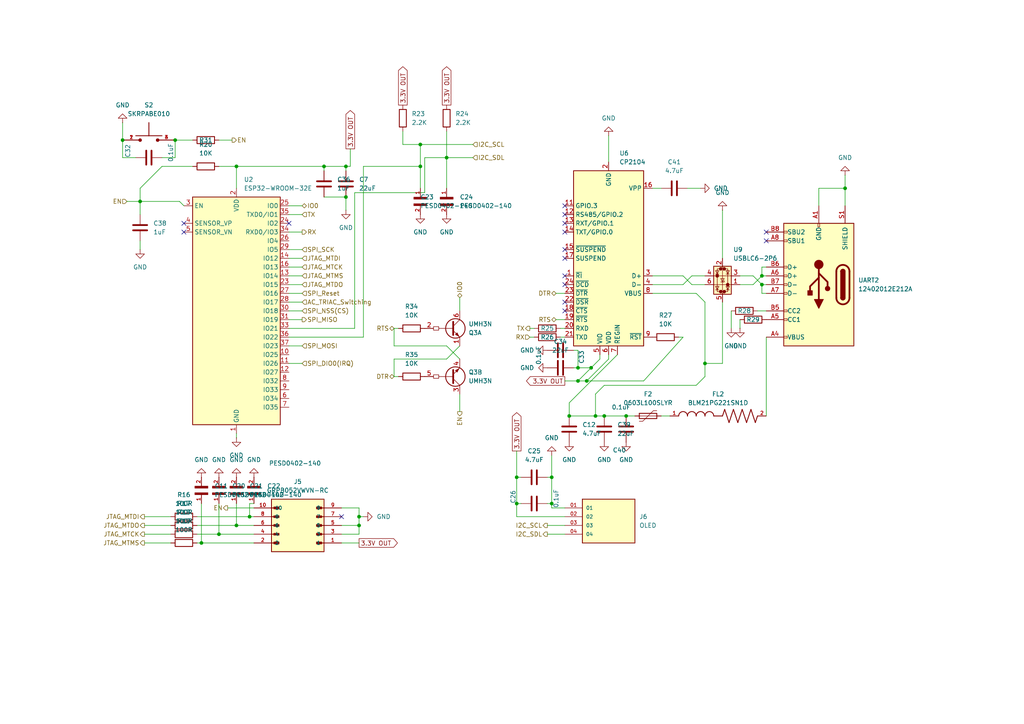
<source format=kicad_sch>
(kicad_sch (version 20250114) (generator "eeschema") (generator_version "9.0")
  (paper "A4")
  (lib_symbols
    (symbol "BLM21PG221SN1D:BLM21PG221SN1D" (pin_names (offset 1.016))
      (property "Reference" "FL" (at -12.7044 5.0815 0))
      (property "Value" "BLM21PG221SN1D" (at -12.71 -5.0866 0))
      (symbol "BLM21PG221SN1D_0_0"
        (pin passive line (at -15.24 0 0) (length 2.54) (name "~") (number "1"))
        (pin passive line (at 12.7 0 180) (length 2.54) (name "~") (number "2"))
      )
    )
    (symbol "Connector:USB_C_Receptacle_USB2.0_16P" (pin_names (offset 1.016))
      (property "Reference" "J" (at 0 22.225 0))
      (property "Value" "USB_C_Receptacle_USB2.0_16P" (at 0 19.685 0))
      (symbol "USB_C_Receptacle_USB2.0_16P_1_1"
        (pin passive line (at -7.62 -22.86 90) (length 5.08) (name "SHIELD") (number "S1"))
        (pin passive line (at 0 -22.86 90) (length 5.08) (name "GND") (number "A1"))
        (pin passive line (at 0 -22.86 90) (length 5.08) (hide yes) (name "GND") (number "A12"))
        (pin passive line (at 0 -22.86 90) (length 5.08) (hide yes) (name "GND") (number "B1"))
        (pin passive line (at 0 -22.86 90) (length 5.08) (hide yes) (name "GND") (number "B12"))
        (pin passive line (at 15.24 15.24 180) (length 5.08) (name "VBUS") (number "A4"))
        (pin passive line (at 15.24 15.24 180) (length 5.08) (hide yes) (name "VBUS") (number "A9"))
        (pin passive line (at 15.24 15.24 180) (length 5.08) (hide yes) (name "VBUS") (number "B4"))
        (pin passive line (at 15.24 15.24 180) (length 5.08) (hide yes) (name "VBUS") (number "B9"))
        (pin bidirectional line (at 15.24 10.16 180) (length 5.08) (name "CC1") (number "A5"))
        (pin bidirectional line (at 15.24 7.62 180) (length 5.08) (name "CC2") (number "B5"))
        (pin bidirectional line (at 15.24 2.54 180) (length 5.08) (name "D-") (number "A7"))
        (pin bidirectional line (at 15.24 0 180) (length 5.08) (name "D-") (number "B7"))
        (pin bidirectional line (at 15.24 -2.54 180) (length 5.08) (name "D+") (number "A6"))
        (pin bidirectional line (at 15.24 -5.08 180) (length 5.08) (name "D+") (number "B6"))
        (pin bidirectional line (at 15.24 -12.7 180) (length 5.08) (name "SBU1") (number "A8"))
        (pin bidirectional line (at 15.24 -15.24 180) (length 5.08) (name "SBU2") (number "B8"))
      )
    )
    (symbol "Device:C" (pin_numbers (hide yes)) (pin_names (offset 0.254))
      (property "Reference" "C" (at 0.635 2.54 0))
      (property "Value" "C" (at 0.635 -2.54 0))
      (symbol "C_1_1"
        (pin passive line (at 0 3.81 270) (length 2.794) (name "~") (number "1"))
        (pin passive line (at 0 -3.81 90) (length 2.794) (name "~") (number "2"))
      )
    )
    (symbol "Device:Polyfuse" (pin_numbers (hide yes)) (pin_names (offset 0))
      (property "Reference" "F" (at -2.54 0 90))
      (property "Value" "Polyfuse" (at 2.54 0 90))
      (symbol "Polyfuse_1_1"
        (pin passive line (at 0 3.81 270) (length 1.27) (name "~") (number "1"))
        (pin passive line (at 0 -3.81 90) (length 1.27) (name "~") (number "2"))
      )
    )
    (symbol "Device:R" (pin_numbers (hide yes)) (pin_names (offset 0))
      (property "Reference" "R" (at 2.032 0 90))
      (property "Value" "R" (at 0 0 90))
      (symbol "R_1_1"
        (pin passive line (at 0 3.81 270) (length 1.27) (name "~") (number "1"))
        (pin passive line (at 0 -3.81 90) (length 1.27) (name "~") (number "2"))
      )
    )
    (symbol "GRPB052VWVN-RC:GRPB052VWVN-RC" (pin_names (offset 1.016))
      (property "Reference" "J" (at -7.62 8.382 0))
      (property "Value" "GRPB052VWVN-RC" (at -7.62 -10.16 0))
      (symbol "GRPB052VWVN-RC_0_0"
        (pin passive line (at -12.7 5.08 0) (length 5.08) (name "1") (number "1"))
        (pin passive line (at -12.7 2.54 0) (length 5.08) (name "3") (number "3"))
        (pin passive line (at -12.7 0 0) (length 5.08) (name "5") (number "5"))
        (pin passive line (at -12.7 -2.54 0) (length 5.08) (name "7") (number "7"))
        (pin passive line (at -12.7 -5.08 0) (length 5.08) (name "9") (number "9"))
        (pin passive line (at 12.7 5.08 180) (length 5.08) (name "2") (number "2"))
        (pin passive line (at 12.7 2.54 180) (length 5.08) (name "4") (number "4"))
        (pin passive line (at 12.7 0 180) (length 5.08) (name "6") (number "6"))
        (pin passive line (at 12.7 -2.54 180) (length 5.08) (name "8") (number "8"))
        (pin passive line (at 12.7 -5.08 180) (length 5.08) (name "10") (number "10"))
      )
    )
    (symbol "HTSW-104-20-TM-S:HTSW-104-20-TM-S" (pin_names (offset 1.016))
      (property "Reference" "J" (at -8.12 7.62 0))
      (property "Value" "HTSW-104-20-TM-S" (at -7.62 -7.62 0))
      (symbol "HTSW-104-20-TM-S_0_0"
        (pin passive line (at -12.7 5.08 0) (length 5.08) (name "01") (number "01"))
        (pin passive line (at -12.7 2.54 0) (length 5.08) (name "02") (number "02"))
        (pin passive line (at -12.7 0 0) (length 5.08) (name "03") (number "03"))
        (pin passive line (at -12.7 -2.54 0) (length 5.08) (name "04") (number "04"))
      )
    )
    (symbol "Interface_USB:CP2104"
      (property "Reference" "U" (at -5.08 28.575 0))
      (property "Value" "CP2104" (at -5.08 26.67 0))
      (symbol "CP2104_1_1"
        (pin bidirectional line (at -12.7 22.86 0) (length 2.54) (name "~{RST}") (number "9"))
        (pin input line (at -12.7 10.16 0) (length 2.54) (name "VBUS") (number "8"))
        (pin bidirectional line (at -12.7 7.62 0) (length 2.54) (name "D-") (number "4"))
        (pin bidirectional line (at -12.7 5.08 0) (length 2.54) (name "D+") (number "3"))
        (pin passive line (at -12.7 -20.32 0) (length 2.54) (name "VPP") (number "16"))
        (pin power_in line (at -2.54 27.94 270) (length 2.54) (name "REGIN") (number "7"))
        (pin power_in line (at 0 27.94 270) (length 2.54) (name "VDD") (number "6"))
        (pin power_in line (at 0 -27.94 90) (length 2.54) (name "GND") (number "2"))
        (pin passive line (at 0 -27.94 90) (length 2.54) (hide yes) (name "GND") (number "25"))
        (pin power_in line (at 2.54 27.94 270) (length 2.54) (name "VIO") (number "5"))
        (pin no_connect line (at 10.16 -20.32 180) (length 2.54) (hide yes) (name "NC") (number "10"))
        (pin output line (at 12.7 22.86 180) (length 2.54) (name "TXD") (number "21"))
        (pin input line (at 12.7 20.32 180) (length 2.54) (name "RXD") (number "20"))
        (pin output line (at 12.7 17.78 180) (length 2.54) (name "~{RTS}") (number "19"))
        (pin input line (at 12.7 15.24 180) (length 2.54) (name "~{CTS}") (number "18"))
        (pin input line (at 12.7 12.7 180) (length 2.54) (name "~{DSR}") (number "22"))
        (pin output line (at 12.7 10.16 180) (length 2.54) (name "~{DTR}") (number "23"))
        (pin input line (at 12.7 7.62 180) (length 2.54) (name "~{DCD}") (number "24"))
        (pin input line (at 12.7 5.08 180) (length 2.54) (name "~{RI}") (number "1"))
        (pin output line (at 12.7 0 180) (length 2.54) (name "SUSPEND") (number "17"))
        (pin output line (at 12.7 -2.54 180) (length 2.54) (name "~{SUSPEND}") (number "15"))
        (pin bidirectional line (at 12.7 -7.62 180) (length 2.54) (name "TXT/GPIO.0") (number "14"))
        (pin bidirectional line (at 12.7 -10.16 180) (length 2.54) (name "RXT/GPIO.1") (number "13"))
        (pin bidirectional line (at 12.7 -12.7 180) (length 2.54) (name "RS485/GPIO.2") (number "12"))
        (pin bidirectional line (at 12.7 -15.24 180) (length 2.54) (name "GPIO.3") (number "11"))
      )
    )
    (symbol "PESD0402-140:PESD0402-140" (pin_names (offset 1.016))
      (property "Reference" "C" (at 0 3.8109 0))
      (property "Value" "PESD0402-140" (at 0 -5.0885 0))
      (symbol "PESD0402-140_0_0"
        (pin passive line (at -2.54 0 0) (length 2.54) (name "~") (number "1"))
        (pin passive line (at 5.08 0 180) (length 2.54) (name "~") (number "2"))
      )
    )
    (symbol "Power_Protection:USBLC6-2P6" (pin_names (hide yes))
      (property "Reference" "U" (at 0.635 5.715 0))
      (property "Value" "USBLC6-2P6" (at 0.635 3.81 0))
      (symbol "USBLC6-2P6_1_1"
        (pin passive line (at -5.08 0 0) (length 2.54) (name "I/O1") (number "1"))
        (pin passive line (at -5.08 -2.54 0) (length 2.54) (name "I/O2") (number "3"))
        (pin passive line (at 0 5.08 270) (length 2.54) (name "VBUS") (number "5"))
        (pin passive line (at 0 -7.62 90) (length 2.54) (name "GND") (number "2"))
        (pin passive line (at 5.08 0 180) (length 2.54) (name "I/O1") (number "6"))
        (pin passive line (at 5.08 -2.54 180) (length 2.54) (name "I/O2") (number "4"))
      )
    )
    (symbol "RF_Module:ESP32-WROOM-32E"
      (property "Reference" "U" (at -12.7 34.29 0))
      (property "Value" "ESP32-WROOM-32E" (at 1.27 34.29 0))
      (symbol "ESP32-WROOM-32E_1_1"
        (pin input line (at -15.24 30.48 0) (length 2.54) (name "EN") (number "3"))
        (pin input line (at -15.24 25.4 0) (length 2.54) (name "SENSOR_VP") (number "4"))
        (pin input line (at -15.24 22.86 0) (length 2.54) (name "SENSOR_VN") (number "5"))
        (pin no_connect line (at -12.7 0 0) (length 2.54) (hide yes) (name "NC") (number "21"))
        (pin no_connect line (at -12.7 -2.54 0) (length 2.54) (hide yes) (name "NC") (number "22"))
        (pin no_connect line (at -12.7 -5.08 0) (length 2.54) (hide yes) (name "NC") (number "17"))
        (pin no_connect line (at -12.7 -7.62 0) (length 2.54) (hide yes) (name "NC") (number "18"))
        (pin no_connect line (at -12.7 -10.16 0) (length 2.54) (hide yes) (name "NC") (number "20"))
        (pin no_connect line (at -12.7 -12.7 0) (length 2.54) (hide yes) (name "NC") (number "19"))
        (pin no_connect line (at -12.7 -27.94 0) (length 2.54) (hide yes) (name "NC") (number "32"))
        (pin power_in line (at 0 35.56 270) (length 2.54) (name "VDD") (number "2"))
        (pin power_in line (at 0 -35.56 90) (length 2.54) (name "GND") (number "1"))
        (pin passive line (at 0 -35.56 90) (length 2.54) (hide yes) (name "GND") (number "15"))
        (pin passive line (at 0 -35.56 90) (length 2.54) (hide yes) (name "GND") (number "38"))
        (pin passive line (at 0 -35.56 90) (length 2.54) (hide yes) (name "GND") (number "39"))
        (pin bidirectional line (at 15.24 30.48 180) (length 2.54) (name "IO0") (number "25"))
        (pin bidirectional line (at 15.24 27.94 180) (length 2.54) (name "TXD0/IO1") (number "35"))
        (pin bidirectional line (at 15.24 25.4 180) (length 2.54) (name "IO2") (number "24"))
        (pin bidirectional line (at 15.24 22.86 180) (length 2.54) (name "RXD0/IO3") (number "34"))
        (pin bidirectional line (at 15.24 20.32 180) (length 2.54) (name "IO4") (number "26"))
        (pin bidirectional line (at 15.24 17.78 180) (length 2.54) (name "IO5") (number "29"))
        (pin bidirectional line (at 15.24 15.24 180) (length 2.54) (name "IO12") (number "14"))
        (pin bidirectional line (at 15.24 12.7 180) (length 2.54) (name "IO13") (number "16"))
        (pin bidirectional line (at 15.24 10.16 180) (length 2.54) (name "IO14") (number "13"))
        (pin bidirectional line (at 15.24 7.62 180) (length 2.54) (name "IO15") (number "23"))
        (pin bidirectional line (at 15.24 5.08 180) (length 2.54) (name "IO16") (number "27"))
        (pin bidirectional line (at 15.24 2.54 180) (length 2.54) (name "IO17") (number "28"))
        (pin bidirectional line (at 15.24 0 180) (length 2.54) (name "IO18") (number "30"))
        (pin bidirectional line (at 15.24 -2.54 180) (length 2.54) (name "IO19") (number "31"))
        (pin bidirectional line (at 15.24 -5.08 180) (length 2.54) (name "IO21") (number "33"))
        (pin bidirectional line (at 15.24 -7.62 180) (length 2.54) (name "IO22") (number "36"))
        (pin bidirectional line (at 15.24 -10.16 180) (length 2.54) (name "IO23") (number "37"))
        (pin bidirectional line (at 15.24 -12.7 180) (length 2.54) (name "IO25") (number "10"))
        (pin bidirectional line (at 15.24 -15.24 180) (length 2.54) (name "IO26") (number "11"))
        (pin bidirectional line (at 15.24 -17.78 180) (length 2.54) (name "IO27") (number "12"))
        (pin bidirectional line (at 15.24 -20.32 180) (length 2.54) (name "IO32") (number "8"))
        (pin bidirectional line (at 15.24 -22.86 180) (length 2.54) (name "IO33") (number "9"))
        (pin input line (at 15.24 -25.4 180) (length 2.54) (name "IO34") (number "6"))
        (pin input line (at 15.24 -27.94 180) (length 2.54) (name "IO35") (number "7"))
      )
    )
    (symbol "SKRPABE010:SKRPABE010" (pin_names (offset 1.016))
      (property "Reference" "S" (at -5.08 6.35 0))
      (property "Value" "SKRPABE010" (at -5.08 -5.08 0))
      (symbol "SKRPABE010_0_0"
        (pin passive line (at -7.62 0 0) (length 5.08) (name "~") (number "1"))
        (pin passive line (at -7.62 0 0) (length 5.08) (name "~") (number "2"))
        (pin passive line (at 7.62 0 180) (length 5.08) (name "~") (number "3"))
        (pin passive line (at 7.62 0 180) (length 5.08) (name "~") (number "4"))
      )
    )
    (symbol "Transistor_BJT:UMH3N" (pin_names (hide yes))
      (property "Reference" "Q" (at 7.62 1.27 0))
      (property "Value" "UMH3N" (at 7.62 -1.27 0))
      (symbol "UMH3N_1_1"
        (pin input line (at -8.89 0 0) (length 2.54) (name "B1") (number "2"))
        (pin passive line (at 1.27 5.08 270) (length 2.54) (name "C1") (number "6"))
        (pin passive line (at 1.27 -5.08 90) (length 2.54) (name "E1") (number "1"))
      )
      (symbol "UMH3N_2_1"
        (pin input line (at -8.89 0 0) (length 2.54) (name "B2") (number "5"))
        (pin passive line (at 1.27 5.08 270) (length 2.54) (name "C2") (number "3"))
        (pin passive line (at 1.27 -5.08 90) (length 2.54) (name "E2") (number "4"))
      )
    )
    (symbol "power:GND" (power) (pin_numbers (hide yes)) (pin_names (offset 0) (hide yes))
      (property "Value" "GND" (at 0 -3.81 0))
      (symbol "GND_1_1"
        (pin power_in line (at 0 0 270) (length 0) (name "~") (number "1"))
      )
    )
  )
  (junction (at 220.98 82.55))
  (junction (at 121.92 41.91))
  (junction (at 172.72 120.65))
  (junction (at 68.58 48.26))
  (junction (at 220.98 80.01))
  (junction (at 149.86 138.43))
  (junction (at 50.8 40.64))
  (junction (at 93.98 48.26))
  (junction (at 167.64 110.49))
  (junction (at 149.86 146.05))
  (junction (at 104.14 152.4))
  (junction (at 170.18 110.49))
  (junction (at 40.64 58.42))
  (junction (at 58.42 157.48))
  (junction (at 100.33 48.26))
  (junction (at 175.26 120.65))
  (junction (at 160.02 146.05))
  (junction (at 35.56 40.64))
  (junction (at 72.39 149.86))
  (junction (at 129.54 45.72))
  (junction (at 121.92 48.26))
  (junction (at 165.1 120.65))
  (junction (at 104.14 149.86))
  (junction (at 68.58 152.4))
  (junction (at 100.33 57.15))
  (junction (at 245.11 54.61))
  (junction (at 160.02 138.43))
  (junction (at 181.61 120.65))
  (junction (at 63.5 154.94))
  (junction (at 171.45 106.68))
  (junction (at 204.47 105.41))
  (junction (at 167.64 106.68))
  (no_connect (at 222.25 69.85))
  (no_connect (at 163.83 74.93))
  (no_connect (at 163.83 59.69))
  (no_connect (at 53.34 67.31))
  (no_connect (at 53.34 64.77))
  (no_connect (at 163.83 72.39))
  (no_connect (at 163.83 80.01))
  (no_connect (at 222.25 67.31))
  (no_connect (at 163.83 62.23))
  (no_connect (at 163.83 82.55))
  (no_connect (at 163.83 87.63))
  (no_connect (at 83.82 64.77))
  (no_connect (at 163.83 64.77))
  (no_connect (at 163.83 67.31))
  (no_connect (at 99.06 149.86))
  (no_connect (at 163.83 90.17))
  (wire (pts (xy 214.63 82.55) (xy 218.44 82.55)))
  (wire (pts (xy 189.23 85.09) (xy 201.93 85.09)))
  (wire (pts (xy 40.64 58.42) (xy 40.64 62.23)))
  (wire (pts (xy 167.64 110.49) (xy 170.18 110.49)))
  (wire (pts (xy 121.92 48.26) (xy 105.41 48.26)))
  (wire (pts (xy 165.1 120.65) (xy 172.72 120.65)))
  (wire (pts (xy 100.33 48.26) (xy 100.33 49.53)))
  (wire (pts (xy 167.64 101.6) (xy 167.64 106.68)))
  (wire (pts (xy 68.58 48.26) (xy 68.58 54.61)))
  (wire (pts (xy 129.54 45.72) (xy 137.16 45.72)))
  (wire (pts (xy 58.42 157.48) (xy 73.66 157.48)))
  (wire (pts (xy 170.18 110.49) (xy 186.69 110.49)))
  (wire (pts (xy 167.64 101.6) (xy 166.37 101.6)))
  (wire (pts (xy 209.55 60.96) (xy 209.55 74.93)))
  (wire (pts (xy 104.14 152.4) (xy 104.14 149.86)))
  (wire (pts (xy 181.61 120.65) (xy 184.15 120.65)))
  (wire (pts (xy 149.86 149.86) (xy 163.83 149.86)))
  (wire (pts (xy 40.64 69.85) (xy 40.64 72.39)))
  (wire (pts (xy 153.67 97.79) (xy 154.94 97.79)))
  (wire (pts (xy 55.88 48.26) (xy 46.99 48.26)))
  (wire (pts (xy 83.82 105.41) (xy 87.63 105.41)))
  (wire (pts (xy 93.98 48.26) (xy 93.98 49.53)))
  (wire (pts (xy 158.75 146.05) (xy 160.02 146.05)))
  (wire (pts (xy 175.26 120.65) (xy 181.61 120.65)))
  (wire (pts (xy 114.3 95.25) (xy 114.3 100.33)))
  (wire (pts (xy 83.82 77.47) (xy 87.63 77.47)))
  (wire (pts (xy 161.29 92.71) (xy 163.83 92.71)))
  (wire (pts (xy 220.98 82.55) (xy 218.44 80.01)))
  (wire (pts (xy 83.82 59.69) (xy 87.63 59.69)))
  (wire (pts (xy 57.15 157.48) (xy 58.42 157.48)))
  (wire (pts (xy 167.64 110.49) (xy 171.45 106.68)))
  (wire (pts (xy 100.33 48.26) (xy 93.98 48.26)))
  (wire (pts (xy 161.29 85.09) (xy 163.83 85.09)))
  (wire (pts (xy 99.06 154.94) (xy 104.14 154.94)))
  (wire (pts (xy 149.86 138.43) (xy 149.86 146.05)))
  (wire (pts (xy 200.66 82.55) (xy 204.47 82.55)))
  (wire (pts (xy 201.93 111.76) (xy 204.47 109.22)))
  (wire (pts (xy 158.75 154.94) (xy 163.83 154.94)))
  (wire (pts (xy 160.02 146.05) (xy 160.02 147.32)))
  (wire (pts (xy 165.1 116.84) (xy 179.07 102.87)))
  (wire (pts (xy 220.98 80.01) (xy 222.25 80.01)))
  (wire (pts (xy 220.98 85.09) (xy 222.25 85.09)))
  (wire (pts (xy 245.11 50.8) (xy 245.11 54.61)))
  (wire (pts (xy 114.3 104.14) (xy 129.54 104.14)))
  (wire (pts (xy 40.64 54.61) (xy 40.64 58.42)))
  (wire (pts (xy 245.11 54.61) (xy 245.11 59.69)))
  (wire (pts (xy 198.12 80.01) (xy 200.66 82.55)))
  (wire (pts (xy 102.87 55.88) (xy 102.87 95.25)))
  (wire (pts (xy 121.92 41.91) (xy 137.16 41.91)))
  (wire (pts (xy 41.91 154.94) (xy 49.53 154.94)))
  (wire (pts (xy 171.45 106.68) (xy 173.99 104.14)))
  (wire (pts (xy 220.98 77.47) (xy 220.98 80.01)))
  (wire (pts (xy 204.47 87.63) (xy 201.93 85.09)))
  (wire (pts (xy 68.58 48.26) (xy 93.98 48.26)))
  (wire (pts (xy 204.47 105.41) (xy 204.47 109.22)))
  (wire (pts (xy 116.84 38.1) (xy 116.84 41.91)))
  (wire (pts (xy 172.72 120.65) (xy 172.72 114.3)))
  (wire (pts (xy 220.98 80.01) (xy 218.44 82.55)))
  (wire (pts (xy 222.25 82.55) (xy 220.98 82.55)))
  (wire (pts (xy 57.15 154.94) (xy 63.5 154.94)))
  (wire (pts (xy 63.5 154.94) (xy 73.66 154.94)))
  (wire (pts (xy 212.09 90.17) (xy 212.09 95.25)))
  (wire (pts (xy 214.63 80.01) (xy 218.44 80.01)))
  (wire (pts (xy 220.98 82.55) (xy 220.98 85.09)))
  (wire (pts (xy 101.6 48.26) (xy 100.33 48.26)))
  (wire (pts (xy 104.14 154.94) (xy 104.14 152.4)))
  (wire (pts (xy 163.83 110.49) (xy 167.64 110.49)))
  (wire (pts (xy 83.82 82.55) (xy 87.63 82.55)))
  (wire (pts (xy 72.39 149.86) (xy 73.66 149.86)))
  (wire (pts (xy 46.99 48.26) (xy 40.64 54.61)))
  (wire (pts (xy 165.1 120.65) (xy 165.1 116.84)))
  (wire (pts (xy 57.15 149.86) (xy 72.39 149.86)))
  (wire (pts (xy 199.39 54.61) (xy 203.2 54.61)))
  (wire (pts (xy 133.35 114.3) (xy 133.35 119.38)))
  (wire (pts (xy 133.35 100.33) (xy 129.54 104.14)))
  (wire (pts (xy 99.06 147.32) (xy 104.14 147.32)))
  (wire (pts (xy 129.54 45.72) (xy 129.54 54.61)))
  (wire (pts (xy 63.5 146.05) (xy 63.5 154.94)))
  (wire (pts (xy 50.8 40.64) (xy 55.88 40.64)))
  (wire (pts (xy 204.47 105.41) (xy 209.55 105.41)))
  (wire (pts (xy 83.82 67.31) (xy 87.63 67.31)))
  (wire (pts (xy 83.82 74.93) (xy 87.63 74.93)))
  (wire (pts (xy 114.3 104.14) (xy 114.3 109.22)))
  (wire (pts (xy 129.54 100.33) (xy 133.35 104.14)))
  (wire (pts (xy 133.35 86.36) (xy 133.35 90.17)))
  (wire (pts (xy 57.15 152.4) (xy 68.58 152.4)))
  (wire (pts (xy 93.98 57.15) (xy 100.33 57.15)))
  (wire (pts (xy 214.63 92.71) (xy 214.63 95.25)))
  (wire (pts (xy 123.19 55.88) (xy 102.87 55.88)))
  (wire (pts (xy 41.91 157.48) (xy 49.53 157.48)))
  (wire (pts (xy 237.49 54.61) (xy 237.49 59.69)))
  (wire (pts (xy 105.41 149.86) (xy 104.14 149.86)))
  (wire (pts (xy 160.02 138.43) (xy 160.02 146.05)))
  (wire (pts (xy 35.56 45.72) (xy 39.37 45.72)))
  (wire (pts (xy 83.82 62.23) (xy 87.63 62.23)))
  (wire (pts (xy 123.19 45.72) (xy 129.54 45.72)))
  (wire (pts (xy 162.56 95.25) (xy 163.83 95.25)))
  (wire (pts (xy 68.58 152.4) (xy 73.66 152.4)))
  (wire (pts (xy 158.75 152.4) (xy 163.83 152.4)))
  (wire (pts (xy 121.92 41.91) (xy 116.84 41.91)))
  (wire (pts (xy 129.54 38.1) (xy 129.54 45.72)))
  (wire (pts (xy 63.5 40.64) (xy 67.31 40.64)))
  (wire (pts (xy 99.06 152.4) (xy 104.14 152.4)))
  (wire (pts (xy 83.82 87.63) (xy 87.63 87.63)))
  (wire (pts (xy 68.58 127) (xy 68.58 125.73)))
  (wire (pts (xy 220.98 77.47) (xy 222.25 77.47)))
  (wire (pts (xy 83.82 90.17) (xy 87.63 90.17)))
  (wire (pts (xy 66.04 147.32) (xy 73.66 147.32)))
  (wire (pts (xy 149.86 138.43) (xy 151.13 138.43)))
  (wire (pts (xy 151.13 146.05) (xy 149.86 146.05)))
  (wire (pts (xy 160.02 132.08) (xy 160.02 138.43)))
  (wire (pts (xy 105.41 48.26) (xy 105.41 97.79)))
  (wire (pts (xy 167.64 106.68) (xy 171.45 106.68)))
  (wire (pts (xy 36.83 58.42) (xy 40.64 58.42)))
  (wire (pts (xy 166.37 106.68) (xy 167.64 106.68)))
  (wire (pts (xy 83.82 100.33) (xy 87.63 100.33)))
  (wire (pts (xy 46.99 45.72) (xy 50.8 45.72)))
  (wire (pts (xy 63.5 48.26) (xy 68.58 48.26)))
  (wire (pts (xy 176.53 104.14) (xy 176.53 102.87)))
  (wire (pts (xy 160.02 147.32) (xy 163.83 147.32)))
  (wire (pts (xy 114.3 95.25) (xy 115.57 95.25)))
  (wire (pts (xy 83.82 85.09) (xy 87.63 85.09)))
  (wire (pts (xy 114.3 100.33) (xy 129.54 100.33)))
  (wire (pts (xy 162.56 97.79) (xy 163.83 97.79)))
  (wire (pts (xy 189.23 82.55) (xy 198.12 82.55)))
  (wire (pts (xy 172.72 114.3) (xy 175.26 111.76)))
  (wire (pts (xy 209.55 87.63) (xy 209.55 105.41)))
  (wire (pts (xy 68.58 146.05) (xy 68.58 152.4)))
  (wire (pts (xy 158.75 138.43) (xy 160.02 138.43)))
  (wire (pts (xy 104.14 147.32) (xy 104.14 149.86)))
  (wire (pts (xy 149.86 146.05) (xy 149.86 149.86)))
  (wire (pts (xy 189.23 80.01) (xy 198.12 80.01)))
  (wire (pts (xy 83.82 72.39) (xy 87.63 72.39)))
  (wire (pts (xy 52.07 58.42) (xy 53.34 59.69)))
  (wire (pts (xy 170.18 110.49) (xy 176.53 104.14)))
  (wire (pts (xy 198.12 97.79) (xy 196.85 97.79)))
  (wire (pts (xy 173.99 104.14) (xy 173.99 102.87)))
  (wire (pts (xy 198.12 82.55) (xy 200.66 80.01)))
  (wire (pts (xy 189.23 54.61) (xy 191.77 54.61)))
  (wire (pts (xy 83.82 92.71) (xy 87.63 92.71)))
  (wire (pts (xy 72.39 146.05) (xy 72.39 149.86)))
  (wire (pts (xy 35.56 35.56) (xy 35.56 40.64)))
  (wire (pts (xy 153.67 95.25) (xy 154.94 95.25)))
  (wire (pts (xy 237.49 54.61) (xy 245.11 54.61)))
  (wire (pts (xy 176.53 39.37) (xy 176.53 46.99)))
  (wire (pts (xy 219.71 90.17) (xy 222.25 90.17)))
  (wire (pts (xy 58.42 146.05) (xy 58.42 157.48)))
  (wire (pts (xy 121.92 54.61) (xy 121.92 48.26)))
  (wire (pts (xy 100.33 57.15) (xy 100.33 60.96)))
  (wire (pts (xy 83.82 80.01) (xy 87.63 80.01)))
  (wire (pts (xy 102.87 95.25) (xy 83.82 95.25)))
  (wire (pts (xy 99.06 157.48) (xy 104.14 157.48)))
  (wire (pts (xy 101.6 43.18) (xy 101.6 48.26)))
  (wire (pts (xy 149.86 130.81) (xy 149.86 138.43)))
  (wire (pts (xy 41.91 152.4) (xy 49.53 152.4)))
  (wire (pts (xy 175.26 111.76) (xy 201.93 111.76)))
  (wire (pts (xy 172.72 120.65) (xy 175.26 120.65)))
  (wire (pts (xy 41.91 149.86) (xy 49.53 149.86)))
  (wire (pts (xy 123.19 55.88) (xy 123.19 45.72)))
  (wire (pts (xy 204.47 87.63) (xy 204.47 105.41)))
  (wire (pts (xy 200.66 80.01) (xy 204.47 80.01)))
  (wire (pts (xy 105.41 97.79) (xy 83.82 97.79)))
  (wire (pts (xy 222.25 97.79) (xy 222.25 120.65)))
  (wire (pts (xy 50.8 45.72) (xy 50.8 40.64)))
  (wire (pts (xy 121.92 48.26) (xy 121.92 41.91)))
  (wire (pts (xy 114.3 109.22) (xy 115.57 109.22)))
  (wire (pts (xy 186.69 110.49) (xy 198.12 97.79)))
  (wire (pts (xy 73.66 146.05) (xy 72.39 146.05)))
  (wire (pts (xy 35.56 40.64) (xy 35.56 45.72)))
  (wire (pts (xy 40.64 58.42) (xy 52.07 58.42)))
  (wire (pts (xy 191.77 120.65) (xy 194.31 120.65)))
  (global_label "3.3V OUT" (shape output) (at 149.86 130.81 90) (property "Intersheetrefs" "${INTERSHEET_REFS}" (effects (hide yes))))
  (global_label "3.3V OUT" (shape output) (at 129.54 30.48 90) (property "Intersheetrefs" "${INTERSHEET_REFS}" (effects (hide yes))))
  (global_label "3.3V OUT" (shape output) (at 104.14 157.48 0) (property "Intersheetrefs" "${INTERSHEET_REFS}" (effects (hide yes))))
  (global_label "3.3V OUT" (shape output) (at 116.84 30.48 90) (property "Intersheetrefs" "${INTERSHEET_REFS}" (effects (hide yes))))
  (global_label "3.3V OUT" (shape output) (at 101.6 43.18 90) (property "Intersheetrefs" "${INTERSHEET_REFS}" (effects (hide yes))))
  (global_label "3.3V OUT" (shape output) (at 163.83 110.49 180) (property "Intersheetrefs" "${INTERSHEET_REFS}" (effects (hide yes))))
  (hierarchical_label "IO0" (shape bidirectional) (at 87.63 59.69 0))
  (hierarchical_label "SPI_Reset" (shape input) (at 87.63 85.09 0))
  (hierarchical_label "SPI_DIO0(IRQ)" (shape input) (at 87.63 105.41 0))
  (hierarchical_label "I2C_SDL" (shape input) (at 137.16 45.72 0))
  (hierarchical_label "I2C_SCL" (shape input) (at 137.16 41.91 0))
  (hierarchical_label "DTR" (shape bidirectional) (at 114.3 109.22 180))
  (hierarchical_label "TX" (shape input) (at 87.63 62.23 0))
  (hierarchical_label "JTAG_MTDI" (shape input) (at 87.63 74.93 0))
  (hierarchical_label "JTAG_MTDI" (shape output) (at 41.91 149.86 180))
  (hierarchical_label "JTAG_MTCK" (shape input) (at 87.63 77.47 0))
  (hierarchical_label "RX" (shape input) (at 153.67 97.79 180))
  (hierarchical_label "EN" (shape output) (at 133.35 119.38 270))
  (hierarchical_label "SPI_MOSI" (shape input) (at 87.63 100.33 0))
  (hierarchical_label "IO0" (shape bidirectional) (at 133.35 86.36 90))
  (hierarchical_label "I2C_SDL" (shape output) (at 158.75 154.94 180))
  (hierarchical_label "JTAG_MTDO" (shape output) (at 41.91 152.4 180))
  (hierarchical_label "JTAG_MTCK" (shape output) (at 41.91 154.94 180))
  (hierarchical_label "TX" (shape output) (at 153.67 95.25 180))
  (hierarchical_label "EN" (shape output) (at 67.31 40.64 0))
  (hierarchical_label "JTAG_MTMS" (shape output) (at 41.91 157.48 180))
  (hierarchical_label "RTS" (shape bidirectional) (at 114.3 95.25 180))
  (hierarchical_label "I2C_SCL" (shape output) (at 158.75 152.4 180))
  (hierarchical_label "RTS" (shape bidirectional) (at 161.29 92.71 180))
  (hierarchical_label "EN" (shape input) (at 36.83 58.42 180))
  (hierarchical_label "JTAG_MTMS" (shape input) (at 87.63 80.01 0))
  (hierarchical_label "SPI_SCK" (shape input) (at 87.63 72.39 0))
  (hierarchical_label "EN" (shape output) (at 66.04 147.32 180))
  (hierarchical_label "RX" (shape output) (at 87.63 67.31 0))
  (hierarchical_label "SPI_MISO" (shape output) (at 87.63 92.71 0))
  (hierarchical_label "AC_TRIAC_Switching" (shape input) (at 87.63 87.63 0))
  (hierarchical_label "DTR" (shape bidirectional) (at 161.29 85.09 180))
  (hierarchical_label "SPI_NSS(CS)" (shape input) (at 87.63 90.17 0))
  (hierarchical_label "JTAG_MTDO" (shape input) (at 87.63 82.55 0))
  (symbol (lib_id "Device:C") (at 154.94 138.43 90) (unit 1)
    (property "Reference" "C25" (at 154.94 130.81 90))
    (property "Value" "4.7uF" (at 154.94 133.35 90))
    (property "Footprint" "Capacitor_SMD:C_0603_1608Metric" (effects (hide yes)))
    (property "Description" "Unpolarized capacitor" (effects (hide yes)))
  )
  (symbol (lib_id "power:GND") (at 175.26 128.27 0) (unit 1)
    (property "Reference" "#PWR046" (effects (hide yes)))
    (property "Value" "GND" (at 175.26 133.35 0))
    (property "Description" "Power symbol creates a global label with name \"GND\" , ground" (effects (hide yes)))
  )
  (symbol (lib_id "power:GND") (at 176.53 39.37 180) (unit 1)
    (property "Reference" "#PWR047" (effects (hide yes)))
    (property "Value" "GND" (at 176.53 34.29 0))
    (property "Description" "Power symbol creates a global label with name \"GND\" , ground" (effects (hide yes)))
  )
  (symbol (lib_id "Interface_USB:CP2104") (at 176.53 74.93 180) (unit 1)
    (property "Reference" "U6" (at 179.6481 44.45 0) (effects (justify right)))
    (property "Value" "CP2104" (at 179.6481 46.99 0) (effects (justify right)))
    (property "Footprint" "Package_DFN_QFN:QFN-24-1EP_4x4mm_P0.5mm_EP2.6x2.6mm" (effects (hide yes)))
    (property "Datasheet" "https://www.silabs.com/documents/public/data-sheets/cp2104.pdf" (effects (hide yes)))
    (property "Description" "Single-Chip USB-to-UART Bridge, USB 2.0 Full-Speed, 2Mbps UART, QFN-24" (effects (hide yes)))
  )
  (symbol (lib_id "Device:C") (at 100.33 53.34 0) (unit 1)
    (property "Reference" "C7" (at 104.14 52.0699 0) (effects (justify left)))
    (property "Value" "22uF" (at 104.14 54.6099 0) (effects (justify left)))
    (property "Footprint" "Capacitor_SMD:C_0805_2012Metric" (effects (hide yes)))
    (property "Description" "Unpolarized capacitor" (effects (hide yes)))
  )
  (symbol (lib_id "Device:R") (at 53.34 154.94 90) (unit 1)
    (property "Reference" "R18" (at 53.34 148.59 90))
    (property "Value" "100R" (at 53.34 151.13 90))
    (property "Footprint" "Resistor_SMD:R_0603_1608Metric" (effects (hide yes)))
    (property "Description" "Resistor" (effects (hide yes)))
  )
  (symbol (lib_id "power:GND") (at 165.1 128.27 0) (unit 1)
    (property "Reference" "#PWR037" (effects (hide yes)))
    (property "Value" "GND" (at 165.1 133.35 0))
    (property "Description" "Power symbol creates a global label with name \"GND\" , ground" (effects (hide yes)))
  )
  (symbol (lib_id "BLM21PG221SN1D:BLM21PG221SN1D") (at 209.55 120.65 0) (unit 1)
    (property "Reference" "FL2" (at 208.28 114.3 0))
    (property "Value" "BLM21PG221SN1D" (at 208.28 116.84 0))
    (property "Footprint" "BLM21PG221SN1D:BEADC2012X105N" (effects (hide yes)))
    (property "MF" "Murata" (effects (hide yes)))
    (property "Description_1" "220 Ohms @ 100 MHz 1 Power Line Ferrite Bead 0805 (2012 Metric) 2A 45mOhm" (effects (hide yes)))
    (property "Package" "2012 Murata" (effects (hide yes)))
    (property "Price" "None" (effects (hide yes)))
    (property "SnapEDA_Link" "https://www.snapeda.com/parts/BLM21PG221SN1D/Murata/view-part/?ref=snap" (effects (hide yes)))
    (property "MP" "BLM21PG221SN1D" (effects (hide yes)))
    (property "Availability" "In Stock" (effects (hide yes)))
    (property "Check_prices" "https://www.snapeda.com/parts/BLM21PG221SN1D/Murata/view-part/?ref=eda" (effects (hide yes)))
  )
  (symbol (lib_id "power:GND") (at 58.42 138.43 180) (unit 1)
    (property "Reference" "#PWR027" (effects (hide yes)))
    (property "Value" "GND" (at 58.42 133.35 0))
    (property "Description" "Power symbol creates a global label with name \"GND\" , ground" (effects (hide yes)))
  )
  (symbol (lib_id "power:GND") (at 158.75 106.68 270) (unit 1)
    (property "Reference" "#PWR045" (effects (hide yes)))
    (property "Value" "GND" (at 154.94 106.6799 90) (effects (justify right)))
    (property "Description" "Power symbol creates a global label with name \"GND\" , ground" (effects (hide yes)))
  )
  (symbol (lib_id "Device:R") (at 59.69 40.64 90) (unit 1)
    (property "Reference" "R31" (at 59.69 40.64 90))
    (property "Value" "22R" (effects (hide yes)))
    (property "Footprint" "Resistor_SMD:R_0402_1005Metric" (effects (hide yes)))
    (property "Description" "Resistor" (effects (hide yes)))
  )
  (symbol (lib_id "power:GND") (at 40.64 72.39 0) (unit 1)
    (property "Reference" "#PWR016" (effects (hide yes)))
    (property "Value" "GND" (at 40.64 77.47 0))
    (property "Description" "Power symbol creates a global label with name \"GND\" , ground" (effects (hide yes)))
  )
  (symbol (lib_id "Device:C") (at 195.58 54.61 90) (unit 1)
    (property "Reference" "C41" (at 195.58 46.99 90))
    (property "Value" "4.7uF" (at 195.58 49.53 90))
    (property "Footprint" "Capacitor_SMD:C_0603_1608Metric" (effects (hide yes)))
    (property "Description" "Unpolarized capacitor" (effects (hide yes)))
  )
  (symbol (lib_id "PESD0402-140:PESD0402-140") (at 121.92 57.15 270) (unit 1)
    (property "Reference" "C23" (at 121.92 57.1499 90) (effects (justify left)))
    (property "Value" "PESD0402-140" (at 121.92 59.6899 90) (effects (justify left)))
    (property "Footprint" "PESD0402-140:RESC1005X35N" (effects (hide yes)))
    (property "MF" "Littelfuse Inc." (effects (hide yes)))
    (property "Description_1" "40V Clamp - Ipp Tvs Diode Surface Mount 0402" (effects (hide yes)))
    (property "Package" "0402 Littelfuse Inc." (effects (hide yes)))
    (property "Price" "None" (effects (hide yes)))
    (property "SnapEDA_Link" "https://www.snapeda.com/parts/PESD0402-140/Littelfuse/view-part/?ref=snap" (effects (hide yes)))
    (property "MP" "PESD0402-140" (effects (hide yes)))
    (property "Availability" "In Stock" (effects (hide yes)))
    (property "Check_prices" "https://www.snapeda.com/parts/PESD0402-140/Littelfuse/view-part/?ref=eda" (effects (hide yes)))
  )
  (symbol (lib_id "RF_Module:ESP32-WROOM-32E") (at 68.58 90.17 0) (unit 1)
    (property "Reference" "U2" (at 70.7233 52.07 0) (effects (justify left)))
    (property "Value" "ESP32-WROOM-32E" (at 70.7233 54.61 0) (effects (justify left)))
    (property "Footprint" "RF_Module:ESP32-WROOM-32E" (effects (hide yes)))
    (property "Datasheet" "https://www.espressif.com/sites/default/files/documentation/esp32-wroom-32e_esp32-wroom-32ue_datasheet_en.pdf" (effects (hide yes)))
    (property "Description" "RF Module, ESP32-D0WD-V3 SoC, without PSRAM, Wi-Fi 802.11b/g/n, Bluetooth, BLE, 32-bit, 2.7-3.6V, onboard antenna, SMD" (effects (hide yes)))
  )
  (symbol (lib_id "power:GND") (at 121.92 62.23 0) (unit 1)
    (property "Reference" "#PWR033" (effects (hide yes)))
    (property "Value" "GND" (at 121.92 67.31 0))
    (property "Description" "Power symbol creates a global label with name \"GND\" , ground" (effects (hide yes)))
  )
  (symbol (lib_id "power:GND") (at 129.54 62.23 0) (unit 1)
    (property "Reference" "#PWR034" (effects (hide yes)))
    (property "Value" "GND" (at 129.54 67.31 0))
    (property "Description" "Power symbol creates a global label with name \"GND\" , ground" (effects (hide yes)))
  )
  (symbol (lib_id "SKRPABE010:SKRPABE010") (at 43.18 40.64 0) (unit 1)
    (property "Reference" "S2" (at 43.18 30.48 0))
    (property "Value" "SKRPABE010" (at 43.18 33.02 0))
    (property "Footprint" "Diode_SMD:SW_SKRPABE010" (effects (hide yes)))
    (property "MF" "ALPS" (effects (hide yes)))
    (property "MAXIMUM_PACKAGE_HEIGHT" "2.5 mm" (effects (hide yes)))
    (property "Package" "None" (effects (hide yes)))
    (property "Price" "None" (effects (hide yes)))
    (property "Check_prices" "https://www.snapeda.com/parts/SKRPABE010/ALPS/view-part/?ref=eda" (effects (hide yes)))
    (property "STANDARD" "Manufacturer Recommendations" (effects (hide yes)))
    (property "SnapEDA_Link" "https://www.snapeda.com/parts/SKRPABE010/ALPS/view-part/?ref=snap" (effects (hide yes)))
    (property "MP" "SKRPABE010" (effects (hide yes)))
    (property "Description_1" "Switch Tactile N.O. SPST Button J-Bend 0.05A 16VDC 1.57N SMD Automotive T/R" (effects (hide yes)))
    (property "Availability" "In Stock" (effects (hide yes)))
    (property "MANUFACTURER" "Alps" (effects (hide yes)))
  )
  (symbol (lib_id "Transistor_BJT:UMH3N") (at 132.08 109.22 0) (mirror x) (unit 2)
    (property "Reference" "Q3" (at 135.89 107.9499 0) (effects (justify left)))
    (property "Value" "UMH3N" (at 135.89 110.4899 0) (effects (justify left)))
    (property "Footprint" "Package_TO_SOT_SMD:SOT-363_SC-70-6" (effects (hide yes)))
    (property "Datasheet" "http://rohmfs.rohm.com/en/products/databook/datasheet/discrete/transistor/digital/emh3t2r-e.pdf" (effects (hide yes)))
    (property "Description" "0.1A Ic, 50V Vce, Dual NPN Input Resistor Transistors, SOT-363" (effects (hide yes)))
  )
  (symbol (lib_id "PESD0402-140:PESD0402-140") (at 58.42 143.51 90) (unit 1)
    (property "Reference" "C11" (at 62.23 140.9699 90) (effects (justify right)))
    (property "Value" "PESD0402-140" (at 62.23 143.5099 90) (effects (justify right)))
    (property "Footprint" "PESD0402-140:RESC1005X35N" (effects (hide yes)))
    (property "MF" "Littelfuse Inc." (effects (hide yes)))
    (property "Description_1" "40V Clamp - Ipp Tvs Diode Surface Mount 0402" (effects (hide yes)))
    (property "Package" "0402 Littelfuse Inc." (effects (hide yes)))
    (property "Price" "None" (effects (hide yes)))
    (property "SnapEDA_Link" "https://www.snapeda.com/parts/PESD0402-140/Littelfuse/view-part/?ref=snap" (effects (hide yes)))
    (property "MP" "PESD0402-140" (effects (hide yes)))
    (property "Availability" "In Stock" (effects (hide yes)))
    (property "Check_prices" "https://www.snapeda.com/parts/PESD0402-140/Littelfuse/view-part/?ref=eda" (effects (hide yes)))
  )
  (symbol (lib_id "Device:R") (at 129.54 34.29 180) (unit 1)
    (property "Reference" "R24" (at 132.08 33.0199 0) (effects (justify right)))
    (property "Value" "2.2K" (at 132.08 35.5599 0) (effects (justify right)))
    (property "Footprint" "Resistor_SMD:R_0603_1608Metric" (effects (hide yes)))
    (property "Description" "Resistor" (effects (hide yes)))
  )
  (symbol (lib_id "Device:R") (at 53.34 152.4 90) (unit 1)
    (property "Reference" "R17" (at 53.34 146.05 90))
    (property "Value" "100R" (at 53.34 148.59 90))
    (property "Footprint" "Resistor_SMD:R_0603_1608Metric" (effects (hide yes)))
    (property "Description" "Resistor" (effects (hide yes)))
  )
  (symbol (lib_id "power:GND") (at 245.11 50.8 180) (unit 1)
    (property "Reference" "#PWR053" (effects (hide yes)))
    (property "Value" "GND" (at 245.11 45.72 0))
    (property "Description" "Power symbol creates a global label with name \"GND\" , ground" (effects (hide yes)))
  )
  (symbol (lib_id "Device:R") (at 158.75 95.25 90) (unit 1)
    (property "Reference" "R25" (at 158.75 95.25 90))
    (property "Value" "22R" (effects (hide yes)))
    (property "Footprint" "Resistor_SMD:R_0402_1005Metric" (effects (hide yes)))
    (property "Description" "Resistor" (effects (hide yes)))
  )
  (symbol (lib_id "Connector:USB_C_Receptacle_USB2.0_16P") (at 237.49 82.55 180) (unit 1)
    (property "Reference" "UART2" (at 248.92 81.2799 0) (effects (justify right)))
    (property "Value" "12402012E212A" (at 248.92 83.8199 0) (effects (justify right)))
    (property "Footprint" "12402012E212A:AMPHENOL_12402012E212A" (effects (hide yes)))
    (property "Datasheet" "https://www.usb.org/sites/default/files/documents/usb_type-c.zip" (effects (hide yes)))
    (property "Description" "USB 2.0-only 16P Type-C Receptacle connector" (effects (hide yes)))
  )
  (symbol (lib_id "Device:R") (at 158.75 97.79 90) (unit 1)
    (property "Reference" "R26" (at 158.75 97.79 90))
    (property "Value" "22R" (effects (hide yes)))
    (property "Footprint" "Resistor_SMD:R_0402_1005Metric" (effects (hide yes)))
    (property "Description" "Resistor" (effects (hide yes)))
  )
  (symbol (lib_id "Device:Polyfuse") (at 187.96 120.65 90) (unit 1)
    (property "Reference" "F2" (at 187.96 114.3 90))
    (property "Value" "0603L100SLYR" (at 187.96 116.84 90))
    (property "Footprint" "Resistor_SMD:R_0603_1608Metric" (effects (hide yes)))
    (property "Description" "Resettable fuse, polymeric positive temperature coefficient" (effects (hide yes)))
  )
  (symbol (lib_id "Device:C") (at 165.1 124.46 0) (unit 1)
    (property "Reference" "C12" (at 168.91 123.1899 0) (effects (justify left)))
    (property "Value" "4.7uF" (at 168.91 125.7299 0) (effects (justify left)))
    (property "Footprint" "Capacitor_SMD:C_0603_1608Metric" (effects (hide yes)))
    (property "Description" "Unpolarized capacitor" (effects (hide yes)))
  )
  (symbol (lib_id "Device:R") (at 218.44 92.71 90) (unit 1)
    (property "Reference" "R29" (at 218.44 92.71 90))
    (property "Value" "5.1K" (effects (hide yes)))
    (property "Footprint" "Resistor_SMD:R_0402_1005Metric" (effects (hide yes)))
    (property "Description" "Resistor" (effects (hide yes)))
  )
  (symbol (lib_id "Device:R") (at 215.9 90.17 90) (unit 1)
    (property "Reference" "R28" (at 215.9 90.17 90))
    (property "Value" "5.1K" (effects (hide yes)))
    (property "Footprint" "Resistor_SMD:R_0402_1005Metric" (effects (hide yes)))
    (property "Description" "Resistor" (effects (hide yes)))
  )
  (symbol (lib_id "Power_Protection:USBLC6-2P6") (at 209.55 82.55 180) (unit 1)
    (property "Reference" "U9" (at 212.6681 72.39 0) (effects (justify right)))
    (property "Value" "USBLC6-2P6" (at 212.6681 74.93 0) (effects (justify right)))
    (property "Footprint" "Package_TO_SOT_SMD:SOT-666" (effects (hide yes)))
    (property "Datasheet" "https://www.st.com/resource/en/datasheet/usblc6-2.pdf" (effects (hide yes)))
    (property "Description" "Very low capacitance ESD protection diode, 2 data-line, SOT-666" (effects (hide yes)))
  )
  (symbol (lib_id "Device:R") (at 119.38 95.25 90) (unit 1)
    (property "Reference" "R34" (at 119.38 88.9 90))
    (property "Value" "10K" (at 119.38 91.44 90))
    (property "Footprint" "Resistor_SMD:R_0603_1608Metric" (effects (hide yes)))
    (property "Description" "Resistor" (effects (hide yes)))
  )
  (symbol (lib_id "PESD0402-140:PESD0402-140") (at 73.66 143.51 90) (unit 1)
    (property "Reference" "C22" (at 77.47 140.9699 90) (effects (justify right)))
    (property "Value" "PESD0402-140" (at 77.978 134.366 90) (effects (justify right)))
    (property "Footprint" "PESD0402-140:RESC1005X35N" (effects (hide yes)))
    (property "MF" "Littelfuse Inc." (effects (hide yes)))
    (property "Description_1" "40V Clamp - Ipp Tvs Diode Surface Mount 0402" (effects (hide yes)))
    (property "Package" "0402 Littelfuse Inc." (effects (hide yes)))
    (property "Price" "None" (effects (hide yes)))
    (property "SnapEDA_Link" "https://www.snapeda.com/parts/PESD0402-140/Littelfuse/view-part/?ref=snap" (effects (hide yes)))
    (property "MP" "PESD0402-140" (effects (hide yes)))
    (property "Availability" "In Stock" (effects (hide yes)))
    (property "Check_prices" "https://www.snapeda.com/parts/PESD0402-140/Littelfuse/view-part/?ref=eda" (effects (hide yes)))
  )
  (symbol (lib_id "PESD0402-140:PESD0402-140") (at 63.5 143.51 90) (unit 1)
    (property "Reference" "C20" (at 67.31 140.9699 90) (effects (justify right)))
    (property "Value" "PESD0402-140" (at 67.31 143.5099 90) (effects (justify right)))
    (property "Footprint" "PESD0402-140:RESC1005X35N" (effects (hide yes)))
    (property "MF" "Littelfuse Inc." (effects (hide yes)))
    (property "Description_1" "40V Clamp - Ipp Tvs Diode Surface Mount 0402" (effects (hide yes)))
    (property "Package" "0402 Littelfuse Inc." (effects (hide yes)))
    (property "Price" "None" (effects (hide yes)))
    (property "SnapEDA_Link" "https://www.snapeda.com/parts/PESD0402-140/Littelfuse/view-part/?ref=snap" (effects (hide yes)))
    (property "MP" "PESD0402-140" (effects (hide yes)))
    (property "Availability" "In Stock" (effects (hide yes)))
    (property "Check_prices" "https://www.snapeda.com/parts/PESD0402-140/Littelfuse/view-part/?ref=eda" (effects (hide yes)))
  )
  (symbol (lib_id "Device:C") (at 40.64 66.04 0) (unit 1)
    (property "Reference" "C38" (at 44.45 64.7699 0) (effects (justify left)))
    (property "Value" "1uF" (at 44.45 67.3099 0) (effects (justify left)))
    (property "Footprint" "Capacitor_SMD:C_0603_1608Metric" (effects (hide yes)))
    (property "Description" "Unpolarized capacitor" (effects (hide yes)))
  )
  (symbol (lib_id "Device:R") (at 53.34 149.86 90) (unit 1)
    (property "Reference" "R16" (at 53.34 143.51 90))
    (property "Value" "100R" (at 53.34 146.05 90))
    (property "Footprint" "Resistor_SMD:R_0603_1608Metric" (effects (hide yes)))
    (property "Description" "Resistor" (effects (hide yes)))
  )
  (symbol (lib_id "Device:R") (at 53.34 157.48 90) (unit 1)
    (property "Reference" "R19" (at 53.34 151.13 90))
    (property "Value" "100R" (at 53.34 153.67 90))
    (property "Footprint" "Resistor_SMD:R_0603_1608Metric" (effects (hide yes)))
    (property "Description" "Resistor" (effects (hide yes)))
  )
  (symbol (lib_id "power:GND") (at 105.41 149.86 90) (unit 1)
    (property "Reference" "#PWR032" (effects (hide yes)))
    (property "Value" "GND" (at 109.22 149.8599 90) (effects (justify right)))
    (property "Description" "Power symbol creates a global label with name \"GND\" , ground" (effects (hide yes)))
  )
  (symbol (lib_id "PESD0402-140:PESD0402-140") (at 129.54 57.15 270) (unit 1)
    (property "Reference" "C24" (at 133.35 57.1499 90) (effects (justify left)))
    (property "Value" "PESD0402-140" (at 133.35 59.6899 90) (effects (justify left)))
    (property "Footprint" "PESD0402-140:RESC1005X35N" (effects (hide yes)))
    (property "MF" "Littelfuse Inc." (effects (hide yes)))
    (property "Description_1" "40V Clamp - Ipp Tvs Diode Surface Mount 0402" (effects (hide yes)))
    (property "Package" "0402 Littelfuse Inc." (effects (hide yes)))
    (property "Price" "None" (effects (hide yes)))
    (property "SnapEDA_Link" "https://www.snapeda.com/parts/PESD0402-140/Littelfuse/view-part/?ref=snap" (effects (hide yes)))
    (property "MP" "PESD0402-140" (effects (hide yes)))
    (property "Availability" "In Stock" (effects (hide yes)))
    (property "Check_prices" "https://www.snapeda.com/parts/PESD0402-140/Littelfuse/view-part/?ref=eda" (effects (hide yes)))
  )
  (symbol (lib_id "GRPB052VWVN-RC:GRPB052VWVN-RC") (at 86.36 152.4 180) (unit 1)
    (property "Reference" "J5" (at 86.36 139.7 0))
    (property "Value" "GRPB052VWVN-RC" (at 86.36 142.24 0))
    (property "Footprint" "Varistor:SULLINS_GRPB052VWVN-RC" (effects (hide yes)))
    (property "MF" "Sullins" (effects (hide yes)))
    (property "MAXIMUM_PACKAGE_HEIGHT" "4 mm" (effects (hide yes)))
    (property "Package" "None" (effects (hide yes)))
    (property "Price" "None" (effects (hide yes)))
    (property "Check_prices" "https://www.snapeda.com/parts/GRPB052VWVN-RC/Sullins/view-part/?ref=eda" (effects (hide yes)))
    (property "STANDARD" "Manufacturer Recommendations" (effects (hide yes)))
    (property "PARTREV" "D" (effects (hide yes)))
    (property "SnapEDA_Link" "https://www.snapeda.com/parts/GRPB052VWVN-RC/Sullins/view-part/?ref=snap" (effects (hide yes)))
    (property "MP" "GRPB052VWVN-RC" (effects (hide yes)))
    (property "Description_1" "Connector Header Through Hole 10 position 0.050 (1.27mm)" (effects (hide yes)))
    (property "MANUFACTURER" "Sullins Connector Solutions" (effects (hide yes)))
    (property "Availability" "In Stock" (effects (hide yes)))
    (property "SNAPEDA_PN" "GRPB052VWVN-RC" (effects (hide yes)))
  )
  (symbol (lib_id "power:GND") (at 68.58 127 0) (unit 1)
    (property "Reference" "#PWR043" (effects (hide yes)))
    (property "Value" "GND" (at 68.58 132.08 0))
    (property "Description" "Power symbol creates a global label with name \"GND\" , ground" (effects (hide yes)))
  )
  (symbol (lib_id "power:GND") (at 73.66 138.43 180) (unit 1)
    (property "Reference" "#PWR030" (effects (hide yes)))
    (property "Value" "GND" (at 73.66 133.35 0))
    (property "Description" "Power symbol creates a global label with name \"GND\" , ground" (effects (hide yes)))
  )
  (symbol (lib_id "power:GND") (at 100.33 60.96 0) (unit 1)
    (property "Reference" "#PWR031" (effects (hide yes)))
    (property "Value" "GND" (at 100.33 66.04 0))
    (property "Description" "Power symbol creates a global label with name \"GND\" , ground" (effects (hide yes)))
  )
  (symbol (lib_id "Device:C") (at 175.26 124.46 0) (unit 1)
    (property "Reference" "C39" (at 179.07 123.1899 0) (effects (justify left)))
    (property "Value" "22uF" (at 179.07 125.7299 0) (effects (justify left)))
    (property "Footprint" "Capacitor_SMD:C_0805_2012Metric" (effects (hide yes)))
    (property "Description" "Unpolarized capacitor" (effects (hide yes)))
  )
  (symbol (lib_id "power:GND") (at 68.58 138.43 180) (unit 1)
    (property "Reference" "#PWR029" (effects (hide yes)))
    (property "Value" "GND" (at 68.58 133.35 0))
    (property "Description" "Power symbol creates a global label with name \"GND\" , ground" (effects (hide yes)))
  )
  (symbol (lib_id "Device:C") (at 162.56 101.6 270) (unit 1)
    (property "Reference" "C33" (at 168.656 101.6 0) (effects (justify left)))
    (property "Value" "0.1uF" (at 156.21 100.33 0) (effects (justify left)))
    (property "Footprint" "Capacitor_SMD:C_0603_1608Metric" (effects (hide yes)))
    (property "Description" "Unpolarized capacitor" (effects (hide yes)))
  )
  (symbol (lib_id "Device:R") (at 116.84 34.29 180) (unit 1)
    (property "Reference" "R23" (at 119.38 33.0199 0) (effects (justify right)))
    (property "Value" "2.2K" (at 119.38 35.5599 0) (effects (justify right)))
    (property "Footprint" "Resistor_SMD:R_0603_1608Metric" (effects (hide yes)))
    (property "Description" "Resistor" (effects (hide yes)))
  )
  (symbol (lib_id "power:GND") (at 160.02 132.08 180) (unit 1)
    (property "Reference" "#PWR035" (effects (hide yes)))
    (property "Value" "GND" (at 160.02 127 0))
    (property "Description" "Power symbol creates a global label with name \"GND\" , ground" (effects (hide yes)))
  )
  (symbol (lib_id "power:GND") (at 181.61 128.27 0) (unit 1)
    (property "Reference" "#PWR048" (effects (hide yes)))
    (property "Value" "GND" (at 181.61 133.35 0))
    (property "Description" "Power symbol creates a global label with name \"GND\" , ground" (effects (hide yes)))
  )
  (symbol (lib_id "Device:C") (at 181.61 124.46 180) (unit 1)
    (property "Reference" "C40" (at 181.61 130.556 0) (effects (justify left)))
    (property "Value" "0.1uF" (at 182.88 118.11 0) (effects (justify left)))
    (property "Footprint" "Capacitor_SMD:C_0603_1608Metric" (effects (hide yes)))
    (property "Description" "Unpolarized capacitor" (effects (hide yes)))
  )
  (symbol (lib_id "Device:R") (at 193.04 97.79 90) (unit 1)
    (property "Reference" "R27" (at 193.04 91.44 90))
    (property "Value" "10K" (at 193.04 93.98 90))
    (property "Footprint" "Resistor_SMD:R_0603_1608Metric" (effects (hide yes)))
    (property "Description" "Resistor" (effects (hide yes)))
  )
  (symbol (lib_id "power:GND") (at 35.56 35.56 180) (unit 1)
    (property "Reference" "#PWR026" (effects (hide yes)))
    (property "Value" "GND" (at 35.56 30.48 0))
    (property "Description" "Power symbol creates a global label with name \"GND\" , ground" (effects (hide yes)))
  )
  (symbol (lib_id "power:GND") (at 212.09 95.25 0) (unit 1)
    (property "Reference" "#PWR051" (effects (hide yes)))
    (property "Value" "GND" (at 212.09 100.33 0))
    (property "Description" "Power symbol creates a global label with name \"GND\" , ground" (effects (hide yes)))
  )
  (symbol (lib_id "PESD0402-140:PESD0402-140") (at 68.58 143.51 90) (unit 1)
    (property "Reference" "C21" (at 72.39 140.9699 90) (effects (justify right)))
    (property "Value" "PESD0402-140" (at 72.39 143.5099 90) (effects (justify right)))
    (property "Footprint" "PESD0402-140:RESC1005X35N" (effects (hide yes)))
    (property "MF" "Littelfuse Inc." (effects (hide yes)))
    (property "Description_1" "40V Clamp - Ipp Tvs Diode Surface Mount 0402" (effects (hide yes)))
    (property "Package" "0402 Littelfuse Inc." (effects (hide yes)))
    (property "Price" "None" (effects (hide yes)))
    (property "SnapEDA_Link" "https://www.snapeda.com/parts/PESD0402-140/Littelfuse/view-part/?ref=snap" (effects (hide yes)))
    (property "MP" "PESD0402-140" (effects (hide yes)))
    (property "Availability" "In Stock" (effects (hide yes)))
    (property "Check_prices" "https://www.snapeda.com/parts/PESD0402-140/Littelfuse/view-part/?ref=eda" (effects (hide yes)))
  )
  (symbol (lib_id "Device:C") (at 93.98 53.34 0) (unit 1)
    (property "Reference" "C36" (at 97.79 52.0699 0) (effects (justify left)))
    (property "Value" "1uF" (at 97.79 54.6099 0) (effects (justify left)))
    (property "Footprint" "Capacitor_SMD:C_0603_1608Metric" (effects (hide yes)))
    (property "Description" "Unpolarized capacitor" (effects (hide yes)))
  )
  (symbol (lib_id "Device:C") (at 162.56 106.68 90) (unit 1)
    (property "Reference" "C34" (at 162.56 99.06 90))
    (property "Value" "22uF" (at 162.56 101.6 90))
    (property "Footprint" "Capacitor_SMD:C_0805_2012Metric" (effects (hide yes)))
    (property "Description" "Unpolarized capacitor" (effects (hide yes)))
  )
  (symbol (lib_id "power:GND") (at 209.55 60.96 180) (unit 1)
    (property "Reference" "#PWR050" (effects (hide yes)))
    (property "Value" "GND" (at 209.55 55.88 0))
    (property "Description" "Power symbol creates a global label with name \"GND\" , ground" (effects (hide yes)))
  )
  (symbol (lib_id "Device:R") (at 59.69 48.26 90) (unit 1)
    (property "Reference" "R20" (at 59.69 41.91 90))
    (property "Value" "10K" (at 59.69 44.45 90))
    (property "Footprint" "Resistor_SMD:R_0603_1608Metric" (effects (hide yes)))
    (property "Description" "Resistor" (effects (hide yes)))
  )
  (symbol (lib_id "power:GND") (at 63.5 138.43 180) (unit 1)
    (property "Reference" "#PWR028" (effects (hide yes)))
    (property "Value" "GND" (at 63.5 133.35 0))
    (property "Description" "Power symbol creates a global label with name \"GND\" , ground" (effects (hide yes)))
  )
  (symbol (lib_id "Device:R") (at 119.38 109.22 90) (unit 1)
    (property "Reference" "R35" (at 119.38 102.87 90))
    (property "Value" "10K" (at 119.38 105.41 90))
    (property "Footprint" "Resistor_SMD:R_0603_1608Metric" (effects (hide yes)))
    (property "Description" "Resistor" (effects (hide yes)))
  )
  (symbol (lib_id "Device:C") (at 154.94 146.05 90) (unit 1)
    (property "Reference" "C26" (at 148.844 146.05 0) (effects (justify left)))
    (property "Value" "0.1uF" (at 161.29 147.32 0) (effects (justify left)))
    (property "Footprint" "Capacitor_SMD:C_0603_1608Metric" (effects (hide yes)))
    (property "Description" "Unpolarized capacitor" (effects (hide yes)))
  )
  (symbol (lib_id "Transistor_BJT:UMH3N") (at 132.08 95.25 0) (unit 1)
    (property "Reference" "Q3" (at 135.89 96.5201 0) (effects (justify left)))
    (property "Value" "UMH3N" (at 135.89 93.9801 0) (effects (justify left)))
    (property "Footprint" "Package_TO_SOT_SMD:SOT-363_SC-70-6" (effects (hide yes)))
    (property "Datasheet" "http://rohmfs.rohm.com/en/products/databook/datasheet/discrete/transistor/digital/emh3t2r-e.pdf" (effects (hide yes)))
    (property "Description" "0.1A Ic, 50V Vce, Dual NPN Input Resistor Transistors, SOT-363" (effects (hide yes)))
  )
  (symbol (lib_id "HTSW-104-20-TM-S:HTSW-104-20-TM-S") (at 176.53 152.4 0) (unit 1)
    (property "Reference" "J6" (at 185.42 149.8599 0) (effects (justify left)))
    (property "Value" "OLED" (at 185.42 152.3999 0) (effects (justify left)))
    (property "Footprint" "HTSW-104-20-TM-S:SAMTEC_HTSW-104-20-TM-S" (effects (hide yes)))
    (property "MF" "Samtec" (effects (hide yes)))
    (property "Description_1" "Connector Header   position" (effects (hide yes)))
    (property "Package" "None" (effects (hide yes)))
    (property "Price" "None" (effects (hide yes)))
    (property "Check_prices" "https://www.snapeda.com/parts/HTSW-104-20-TM-S/Samtec/view-part/?ref=eda" (effects (hide yes)))
    (property "STANDARD" "Manufacturer Recommendations" (effects (hide yes)))
    (property "PARTREV" "R" (effects (hide yes)))
    (property "SnapEDA_Link" "https://www.snapeda.com/parts/HTSW-104-20-TM-S/Samtec/view-part/?ref=snap" (effects (hide yes)))
    (property "MP" "HTSW-104-20-TM-S" (effects (hide yes)))
    (property "Availability" "In Stock" (effects (hide yes)))
    (property "MANUFACTURER" "Samtec" (effects (hide yes)))
  )
  (symbol (lib_id "power:GND") (at 203.2 54.61 90) (unit 1)
    (property "Reference" "#PWR049" (effects (hide yes)))
    (property "Value" "GND" (at 207.01 54.6099 90) (effects (justify right)))
    (property "Description" "Power symbol creates a global label with name \"GND\" , ground" (effects (hide yes)))
  )
  (symbol (lib_id "power:GND") (at 214.63 95.25 0) (unit 1)
    (property "Reference" "#PWR052" (effects (hide yes)))
    (property "Value" "GND" (at 214.63 100.33 0))
    (property "Description" "Power symbol creates a global label with name \"GND\" , ground" (effects (hide yes)))
  )
  (symbol (lib_id "Device:C") (at 43.18 45.72 90) (unit 1)
    (property "Reference" "C32" (at 37.084 45.72 0) (effects (justify left)))
    (property "Value" "0.1uF" (at 49.53 46.99 0) (effects (justify left)))
    (property "Footprint" "Capacitor_SMD:C_0603_1608Metric" (effects (hide yes)))
    (property "Description" "Unpolarized capacitor" (effects (hide yes)))
  )
  (symbol (lib_id "power:GND") (at 158.75 101.6 270) (unit 1)
    (property "Reference" "#PWR044" (effects (hide yes)))
    (property "Value" "GND" (at 154.94 101.5999 90) (effects (justify right)))
    (property "Description" "Power symbol creates a global label with name \"GND\" , ground" (effects (hide yes)))
  )
)
</source>
